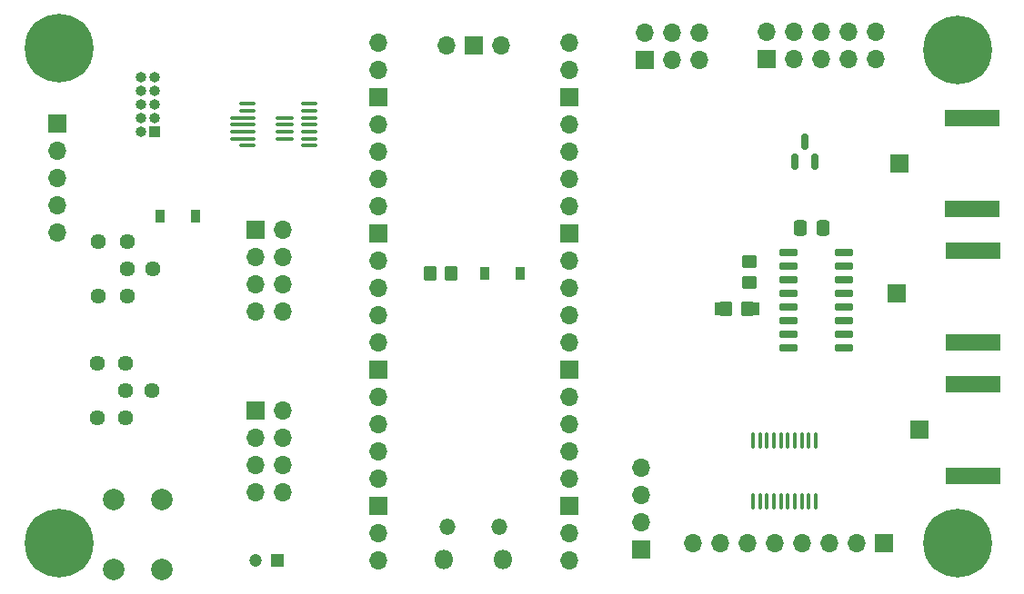
<source format=gbr>
%TF.GenerationSoftware,KiCad,Pcbnew,6.0.1*%
%TF.CreationDate,2022-04-03T05:25:42+02:00*%
%TF.ProjectId,glitcher,676c6974-6368-4657-922e-6b696361645f,4*%
%TF.SameCoordinates,Original*%
%TF.FileFunction,Soldermask,Bot*%
%TF.FilePolarity,Negative*%
%FSLAX46Y46*%
G04 Gerber Fmt 4.6, Leading zero omitted, Abs format (unit mm)*
G04 Created by KiCad (PCBNEW 6.0.1) date 2022-04-03 05:25:42*
%MOMM*%
%LPD*%
G01*
G04 APERTURE LIST*
G04 Aperture macros list*
%AMRoundRect*
0 Rectangle with rounded corners*
0 $1 Rounding radius*
0 $2 $3 $4 $5 $6 $7 $8 $9 X,Y pos of 4 corners*
0 Add a 4 corners polygon primitive as box body*
4,1,4,$2,$3,$4,$5,$6,$7,$8,$9,$2,$3,0*
0 Add four circle primitives for the rounded corners*
1,1,$1+$1,$2,$3*
1,1,$1+$1,$4,$5*
1,1,$1+$1,$6,$7*
1,1,$1+$1,$8,$9*
0 Add four rect primitives between the rounded corners*
20,1,$1+$1,$2,$3,$4,$5,0*
20,1,$1+$1,$4,$5,$6,$7,0*
20,1,$1+$1,$6,$7,$8,$9,0*
20,1,$1+$1,$8,$9,$2,$3,0*%
G04 Aperture macros list end*
%ADD10R,5.080000X1.500000*%
%ADD11C,0.800000*%
%ADD12C,6.400000*%
%ADD13R,1.700000X1.700000*%
%ADD14O,1.700000X1.700000*%
%ADD15C,1.440000*%
%ADD16O,1.500000X1.500000*%
%ADD17O,1.800000X1.800000*%
%ADD18R,1.000000X1.000000*%
%ADD19O,1.000000X1.000000*%
%ADD20R,1.200000X1.200000*%
%ADD21C,1.200000*%
%ADD22C,2.000000*%
%ADD23R,0.900000X1.200000*%
%ADD24RoundRect,0.100000X-0.637500X-0.100000X0.637500X-0.100000X0.637500X0.100000X-0.637500X0.100000X0*%
%ADD25RoundRect,0.250000X0.450000X-0.350000X0.450000X0.350000X-0.450000X0.350000X-0.450000X-0.350000X0*%
%ADD26RoundRect,0.250000X0.337500X0.475000X-0.337500X0.475000X-0.337500X-0.475000X0.337500X-0.475000X0*%
%ADD27RoundRect,0.100000X0.100000X-0.637500X0.100000X0.637500X-0.100000X0.637500X-0.100000X-0.637500X0*%
%ADD28RoundRect,0.250000X-0.350000X-0.450000X0.350000X-0.450000X0.350000X0.450000X-0.350000X0.450000X0*%
%ADD29RoundRect,0.100000X-0.712500X-0.100000X0.712500X-0.100000X0.712500X0.100000X-0.712500X0.100000X0*%
%ADD30RoundRect,0.150000X0.150000X-0.587500X0.150000X0.587500X-0.150000X0.587500X-0.150000X-0.587500X0*%
%ADD31RoundRect,0.150000X0.725000X0.150000X-0.725000X0.150000X-0.725000X-0.150000X0.725000X-0.150000X0*%
G04 APERTURE END LIST*
D10*
%TO.C,J206*%
X159845000Y-83037000D03*
X159845000Y-91537000D03*
%TD*%
D11*
%TO.C,H3*%
X160896000Y-122682000D03*
X156798944Y-120984944D03*
X158496000Y-125082000D03*
X156798944Y-124379056D03*
X160193056Y-120984944D03*
X160193056Y-124379056D03*
X158496000Y-120282000D03*
D12*
X158496000Y-122682000D03*
D11*
X156096000Y-122682000D03*
%TD*%
D13*
%TO.C,JP300*%
X93091000Y-93472000D03*
D14*
X93091000Y-96012000D03*
X93091000Y-98552000D03*
X93091000Y-101092000D03*
X95631000Y-96012000D03*
X95631000Y-101092000D03*
X95631000Y-93472000D03*
X95631000Y-98552000D03*
%TD*%
D13*
%TO.C,J207*%
X140721000Y-77602000D03*
D14*
X140721000Y-75062000D03*
X143261000Y-77602000D03*
X143261000Y-75062000D03*
X145801000Y-77602000D03*
X145801000Y-75062000D03*
X148341000Y-77602000D03*
X148341000Y-75062000D03*
X150881000Y-77602000D03*
X150881000Y-75062000D03*
%TD*%
D13*
%TO.C,J202*%
X152776000Y-99441000D03*
%TD*%
D15*
%TO.C,REF\u002A\u002A*%
X81026000Y-110998000D03*
X81026000Y-108458000D03*
X81026000Y-105918000D03*
%TD*%
D13*
%TO.C,J200*%
X151638000Y-122682000D03*
D14*
X149098000Y-122682000D03*
X146558000Y-122682000D03*
X144018000Y-122682000D03*
X141478000Y-122682000D03*
X138938000Y-122682000D03*
X136398000Y-122682000D03*
X133858000Y-122682000D03*
%TD*%
D13*
%TO.C,JP200*%
X93091000Y-110363000D03*
D14*
X93091000Y-112903000D03*
X93091000Y-115443000D03*
X93091000Y-117983000D03*
X95631000Y-115443000D03*
X95631000Y-112903000D03*
X95631000Y-110363000D03*
X95631000Y-117983000D03*
%TD*%
D15*
%TO.C,RV500*%
X78486000Y-99695000D03*
X83566000Y-97155000D03*
X78486000Y-94615000D03*
%TD*%
D13*
%TO.C,J205*%
X153030000Y-87317000D03*
%TD*%
D16*
%TO.C,U100*%
X110986000Y-121173000D03*
D17*
X110686000Y-124203000D03*
X116136000Y-124203000D03*
D16*
X115836000Y-121173000D03*
D14*
X122301000Y-124333000D03*
X122301000Y-121793000D03*
D13*
X122301000Y-119253000D03*
D14*
X122301000Y-116713000D03*
X122301000Y-114173000D03*
X122301000Y-111633000D03*
X122301000Y-109093000D03*
D13*
X122301000Y-106553000D03*
D14*
X122301000Y-104013000D03*
X122301000Y-101473000D03*
X122301000Y-98933000D03*
X122301000Y-96393000D03*
D13*
X122301000Y-93853000D03*
D14*
X122301000Y-91313000D03*
X122301000Y-88773000D03*
X122301000Y-86233000D03*
X122301000Y-83693000D03*
D13*
X122301000Y-81153000D03*
D14*
X122301000Y-78613000D03*
X122301000Y-76073000D03*
X104521000Y-76073000D03*
X104521000Y-78613000D03*
D13*
X104521000Y-81153000D03*
D14*
X104521000Y-83693000D03*
X104521000Y-86233000D03*
X104521000Y-88773000D03*
X104521000Y-91313000D03*
D13*
X104521000Y-93853000D03*
D14*
X104521000Y-96393000D03*
X104521000Y-98933000D03*
X104521000Y-101473000D03*
X104521000Y-104013000D03*
D13*
X104521000Y-106553000D03*
D14*
X104521000Y-109093000D03*
X104521000Y-111633000D03*
X104521000Y-114173000D03*
X104521000Y-116713000D03*
D13*
X104521000Y-119253000D03*
D14*
X104521000Y-121793000D03*
X104521000Y-124333000D03*
X115951000Y-76303000D03*
D13*
X113411000Y-76303000D03*
D14*
X110871000Y-76303000D03*
%TD*%
D18*
%TO.C,REF\u002A\u002A*%
X83694000Y-84326000D03*
D19*
X82424000Y-84326000D03*
X83694000Y-83056000D03*
X82424000Y-83056000D03*
X83694000Y-81786000D03*
X82424000Y-81786000D03*
X83694000Y-80516000D03*
X82424000Y-80516000D03*
X83694000Y-79246000D03*
X82424000Y-79246000D03*
%TD*%
D15*
%TO.C,RV501*%
X78371000Y-110998000D03*
X83451000Y-108458000D03*
X78371000Y-105918000D03*
%TD*%
%TO.C,REF\u002A\u002A*%
X81153000Y-99695000D03*
X81153000Y-97155000D03*
X81153000Y-94615000D03*
%TD*%
D20*
%TO.C,C100*%
X95123000Y-124333000D03*
D21*
X93123000Y-124333000D03*
%TD*%
D11*
%TO.C,H2*%
X156798944Y-78405056D03*
X156096000Y-76708000D03*
X158496000Y-79108000D03*
X158496000Y-74308000D03*
X160193056Y-78405056D03*
X160896000Y-76708000D03*
X160193056Y-75010944D03*
D12*
X158496000Y-76708000D03*
D11*
X156798944Y-75010944D03*
%TD*%
D13*
%TO.C,J201*%
X154940000Y-112141000D03*
%TD*%
D22*
%TO.C,SW1*%
X84444400Y-125119200D03*
X84444400Y-118619200D03*
X79944400Y-118619200D03*
X79944400Y-125119200D03*
%TD*%
D13*
%TO.C,J100*%
X129032000Y-123307000D03*
D14*
X129032000Y-120767000D03*
X129032000Y-118227000D03*
X129032000Y-115687000D03*
%TD*%
D13*
%TO.C,J101*%
X74676000Y-83566000D03*
D14*
X74676000Y-86106000D03*
X74676000Y-88646000D03*
X74676000Y-91186000D03*
X74676000Y-93726000D03*
%TD*%
D10*
%TO.C,J204*%
X159888000Y-95445000D03*
X159888000Y-103945000D03*
%TD*%
%TO.C,J203*%
X159888000Y-107891000D03*
X159888000Y-116391000D03*
%TD*%
D11*
%TO.C,H1*%
X74803000Y-78981000D03*
X73105944Y-74883944D03*
D12*
X74803000Y-76581000D03*
D11*
X74803000Y-74181000D03*
X73105944Y-78278056D03*
X77203000Y-76581000D03*
X76500056Y-78278056D03*
X72403000Y-76581000D03*
X76500056Y-74883944D03*
%TD*%
D13*
%TO.C,J208*%
X129351800Y-77627400D03*
D14*
X129351800Y-75087400D03*
X131891800Y-77627400D03*
X131891800Y-75087400D03*
X134431800Y-77627400D03*
X134431800Y-75087400D03*
%TD*%
D11*
%TO.C,H4*%
X76500056Y-120984944D03*
D12*
X74803000Y-122682000D03*
D11*
X72403000Y-122682000D03*
X76500056Y-124379056D03*
X74803000Y-120282000D03*
X74803000Y-125082000D03*
X77203000Y-122682000D03*
X73105944Y-120984944D03*
X73105944Y-124379056D03*
%TD*%
D23*
%TO.C,D100*%
X84202000Y-92202000D03*
X87502000Y-92202000D03*
%TD*%
D24*
%TO.C,U401c1*%
X92387500Y-85643000D03*
X92387500Y-84993000D03*
X92387500Y-84343000D03*
X92387500Y-83693000D03*
X92387500Y-83043000D03*
X92387500Y-82393000D03*
X92387500Y-81743000D03*
X98112500Y-81743000D03*
X98112500Y-82393000D03*
X98112500Y-83043000D03*
X98112500Y-83693000D03*
X98112500Y-84343000D03*
X98112500Y-84993000D03*
X98112500Y-85643000D03*
%TD*%
D25*
%TO.C,R401*%
X139065000Y-98425000D03*
X139065000Y-96425000D03*
%TD*%
D23*
%TO.C,D101*%
X114428000Y-97536000D03*
X117728000Y-97536000D03*
%TD*%
D26*
%TO.C,C400*%
X145919100Y-93319600D03*
X143844100Y-93319600D03*
%TD*%
D27*
%TO.C,U200*%
X145292000Y-118813500D03*
X144642000Y-118813500D03*
X143992000Y-118813500D03*
X143342000Y-118813500D03*
X142692000Y-118813500D03*
X142042000Y-118813500D03*
X141392000Y-118813500D03*
X140742000Y-118813500D03*
X140092000Y-118813500D03*
X139442000Y-118813500D03*
X139442000Y-113088500D03*
X140092000Y-113088500D03*
X140742000Y-113088500D03*
X141392000Y-113088500D03*
X142042000Y-113088500D03*
X142692000Y-113088500D03*
X143342000Y-113088500D03*
X143992000Y-113088500D03*
X144642000Y-113088500D03*
X145292000Y-113088500D03*
%TD*%
D28*
%TO.C,R400*%
X136893500Y-100838000D03*
X138893500Y-100838000D03*
%TD*%
D23*
%TO.C,D400*%
X136271000Y-100838000D03*
X139571000Y-100838000D03*
%TD*%
D29*
%TO.C,U401b/c*%
X91613500Y-85001819D03*
X91613500Y-84351819D03*
X91613500Y-83701819D03*
X91613500Y-83051819D03*
X95838500Y-83051819D03*
X95838500Y-83701819D03*
X95838500Y-84351819D03*
X95838500Y-85001819D03*
%TD*%
D30*
%TO.C,Q301*%
X145222000Y-87170500D03*
X143322000Y-87170500D03*
X144272000Y-85295500D03*
%TD*%
D31*
%TO.C,U400*%
X147863000Y-95631000D03*
X147863000Y-96901000D03*
X147863000Y-98171000D03*
X147863000Y-99441000D03*
X147863000Y-100711000D03*
X147863000Y-101981000D03*
X147863000Y-103251000D03*
X147863000Y-104521000D03*
X142713000Y-104521000D03*
X142713000Y-103251000D03*
X142713000Y-101981000D03*
X142713000Y-100711000D03*
X142713000Y-99441000D03*
X142713000Y-98171000D03*
X142713000Y-96901000D03*
X142713000Y-95631000D03*
%TD*%
D28*
%TO.C,R1*%
X109363000Y-97536000D03*
X111363000Y-97536000D03*
%TD*%
M02*

</source>
